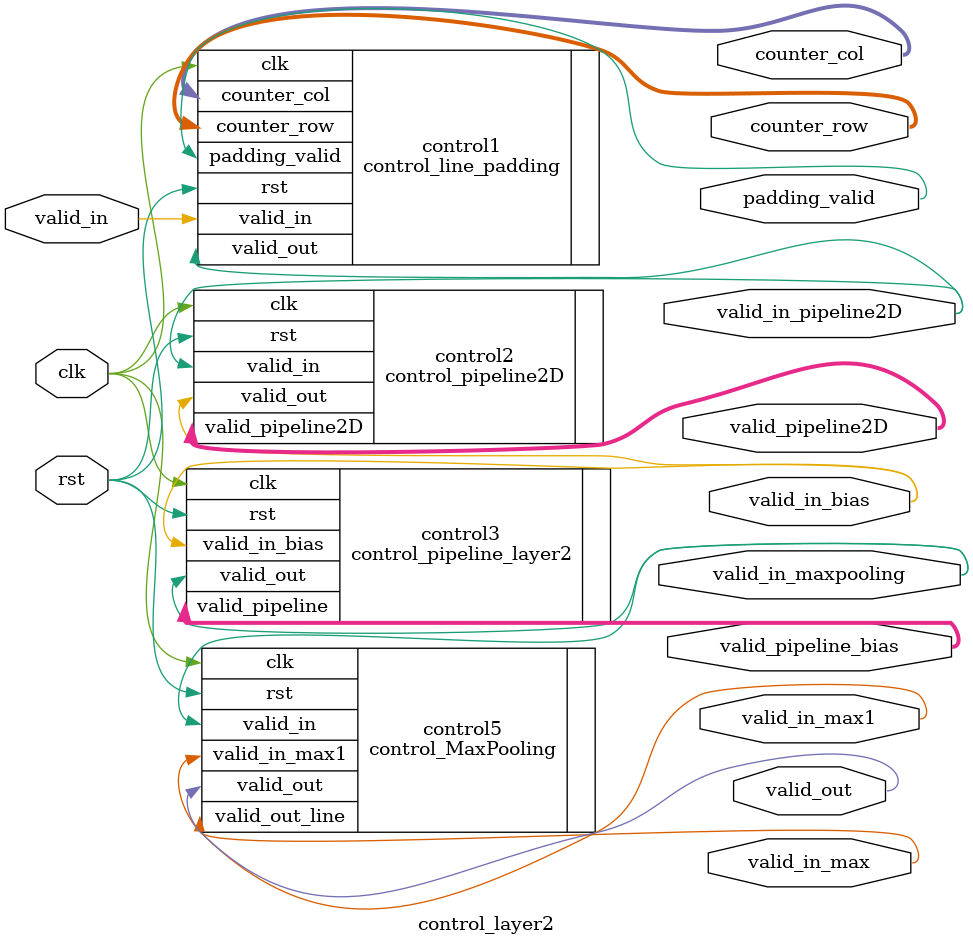
<source format=v>
module control_layer2#(
    parameter WIDTH = 5
)(
    input  clk, rst, valid_in,
    output padding_valid,
    output [31:0] counter_col, counter_row,
    output valid_in_pipeline2D,
    output [3:0] valid_pipeline2D,
    output valid_in_bias,
    output [3:0] valid_pipeline_bias,
    output valid_in_maxpooling, valid_in_max, valid_in_max1,
    output  valid_out
);

    control_line_padding#(
      .WIDTH(WIDTH)
    )control1 (
      .valid_in(valid_in), 
      .clk(clk), 
      .rst(rst),
      .padding_valid(padding_valid),
      .valid_out(valid_in_pipeline2D),
      .counter_col(counter_col),
      .counter_row(counter_row)
    );    
    
    control_pipeline2D control2(
    .clk(clk), 
    .rst(rst), 
    .valid_in(valid_in_pipeline2D),
    .valid_out(valid_in_bias), 
    .valid_pipeline2D(valid_pipeline2D)
    );
    
    control_pipeline_layer2 control3(
    .valid_in_bias(valid_in_bias), 
    .clk(clk), 
    .rst(rst),
    .valid_out(valid_in_maxpooling), 
    .valid_pipeline(valid_pipeline_bias)
    );  
    
   control_MaxPooling#(
    .WIDTH(WIDTH)
    )control5(
    .clk(clk), 
    .rst(rst), 
    .valid_in(valid_in_maxpooling),
    .valid_out_line(valid_in_max), 
    .valid_in_max1(valid_in_max1), 
    .valid_out(valid_out)
);


endmodule







</source>
